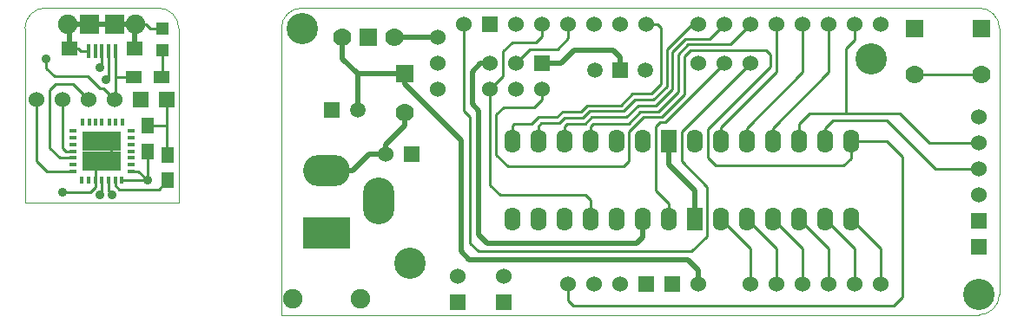
<source format=gtl>
G04 #@! TF.FileFunction,Copper,L1,Top,Signal*
%FSLAX46Y46*%
G04 Gerber Fmt 4.6, Leading zero omitted, Abs format (unit mm)*
G04 Created by KiCad (PCBNEW (2014-12-01 BZR 5309)-product) date Thu Dec  4 13:20:49 2014*
%MOMM*%
G01*
G04 APERTURE LIST*
%ADD10C,0.100000*%
%ADD11C,1.778000*%
%ADD12R,1.778000X1.778000*%
%ADD13C,3.048000*%
%ADD14R,4.572000X3.048000*%
%ADD15O,4.572000X3.048000*%
%ADD16O,3.048000X4.572000*%
%ADD17C,1.524000*%
%ADD18R,1.524000X1.524000*%
%ADD19O,1.574800X2.286000*%
%ADD20R,1.574800X2.286000*%
%ADD21C,1.905000*%
%ADD22C,1.501140*%
%ADD23R,1.501140X1.501140*%
%ADD24R,1.250000X1.500000*%
%ADD25R,0.406400X1.371600*%
%ADD26R,1.600200X1.422400*%
%ADD27R,1.905000X1.905000*%
%ADD28R,1.500000X1.300000*%
%ADD29R,0.350520X0.800100*%
%ADD30R,0.800100X0.350520*%
%ADD31R,1.899920X1.899920*%
%ADD32R,1.200000X1.200000*%
%ADD33C,0.900000*%
%ADD34C,0.250000*%
%ADD35C,0.500000*%
G04 APERTURE END LIST*
D10*
X120000000Y-60000000D02*
X120000000Y-34000000D01*
X120000000Y-34000000D02*
G75*
G03X118000000Y-32000000I-2000000J0D01*
G01*
X118000000Y-62000000D02*
G75*
G03X120000000Y-60000000I0J2000000D01*
G01*
X52000000Y-32000000D02*
G75*
G03X50000000Y-34000000I0J-2000000D01*
G01*
X50000000Y-62000000D02*
X50000000Y-34000000D01*
X118000000Y-62000000D02*
X50000000Y-62000000D01*
X52000000Y-32000000D02*
X118000000Y-32000000D01*
X25000000Y-34000000D02*
X25000000Y-51000000D01*
X40000000Y-51000000D02*
X40000000Y-48000000D01*
X25000000Y-51000000D02*
X40000000Y-51000000D01*
X40000000Y-48000000D02*
X40000000Y-46000000D01*
X40000000Y-46000000D02*
X40000000Y-34000000D01*
X38000000Y-32000000D02*
X27000000Y-32000000D01*
X40000000Y-34000000D02*
G75*
G03X38000000Y-32000000I-2000000J0D01*
G01*
X27000000Y-32000000D02*
G75*
G03X25000000Y-34000000I0J-2000000D01*
G01*
D11*
X55960000Y-34870000D03*
D12*
X58500000Y-34870000D03*
D11*
X61040000Y-34870000D03*
D12*
X118250000Y-34000000D03*
D11*
X111750000Y-38500000D03*
X118250000Y-38500000D03*
D12*
X111750000Y-34000000D03*
D13*
X118000000Y-60000000D03*
X62500000Y-57000000D03*
D14*
X54400000Y-54000000D03*
D15*
X54400000Y-47904000D03*
D16*
X59480000Y-50825000D03*
D17*
X70320000Y-39950000D03*
X70320000Y-37410000D03*
X72860000Y-39950000D03*
X72860000Y-37410000D03*
X75400000Y-39950000D03*
D18*
X75400000Y-37410000D03*
D17*
X85560000Y-33600000D03*
X83020000Y-33600000D03*
X80480000Y-33600000D03*
X77940000Y-33600000D03*
X75400000Y-33600000D03*
X72860000Y-33600000D03*
D18*
X70320000Y-33600000D03*
D17*
X67780000Y-33600000D03*
X108420000Y-33600000D03*
X105880000Y-33600000D03*
X103340000Y-33600000D03*
X100800000Y-33600000D03*
X98260000Y-33600000D03*
X95720000Y-33600000D03*
X93180000Y-33600000D03*
X90640000Y-33600000D03*
X108420000Y-59000000D03*
X105880000Y-59000000D03*
X103340000Y-59000000D03*
X100800000Y-59000000D03*
X98260000Y-59000000D03*
X95720000Y-59000000D03*
X90640000Y-59000000D03*
D18*
X88100000Y-59000000D03*
X85560000Y-59000000D03*
D17*
X83020000Y-59000000D03*
X80480000Y-59000000D03*
X77940000Y-59000000D03*
X65230000Y-34870000D03*
X65230000Y-37410000D03*
X65230000Y-39950000D03*
X71700000Y-58230000D03*
D18*
X71700000Y-60770000D03*
D17*
X67200000Y-58230000D03*
D18*
X67200000Y-60770000D03*
D19*
X102970000Y-44990000D03*
X100430000Y-44990000D03*
X97890000Y-44990000D03*
X95350000Y-44990000D03*
X92810000Y-44990000D03*
X90270000Y-44990000D03*
D20*
X87730000Y-44990000D03*
D19*
X85190000Y-44990000D03*
X82650000Y-44990000D03*
X80110000Y-44990000D03*
X77570000Y-44990000D03*
X75030000Y-44990000D03*
X72490000Y-44990000D03*
X105510000Y-44990000D03*
X72490000Y-52610000D03*
X75030000Y-52610000D03*
X77570000Y-52610000D03*
X80110000Y-52610000D03*
X82650000Y-52610000D03*
X85190000Y-52610000D03*
X87730000Y-52610000D03*
D20*
X90270000Y-52610000D03*
D19*
X92810000Y-52610000D03*
X95350000Y-52610000D03*
X97890000Y-52610000D03*
X100430000Y-52610000D03*
X102970000Y-52610000D03*
X105510000Y-52610000D03*
D18*
X118000000Y-55350000D03*
X118000000Y-52810000D03*
D17*
X118000000Y-50270000D03*
X118000000Y-47730000D03*
X118000000Y-45190000D03*
X118000000Y-42650000D03*
D21*
X57702000Y-60467000D03*
X51098000Y-60467000D03*
D22*
X85450940Y-38080000D03*
X80569060Y-38080000D03*
D23*
X83010000Y-38080000D03*
D11*
X62000000Y-42250000D03*
D12*
X62000000Y-38440000D03*
D13*
X52000000Y-34000000D03*
X107500000Y-37000000D03*
D17*
X90640000Y-37410000D03*
X93180000Y-37410000D03*
X95720000Y-37410000D03*
D23*
X54910000Y-41970000D03*
D22*
X57450000Y-41970000D03*
D18*
X62700000Y-46300000D03*
D17*
X60160000Y-46300000D03*
D24*
X36925000Y-46000000D03*
X36925000Y-43500000D03*
X38925000Y-48850000D03*
X38925000Y-46350000D03*
D25*
X32500000Y-36250000D03*
X31849760Y-36250000D03*
X31199520Y-36250000D03*
X33150240Y-36250000D03*
X33800480Y-36250000D03*
D26*
X35675000Y-35996000D03*
X29325000Y-35996000D03*
D27*
X33706500Y-33583000D03*
X31293500Y-33583000D03*
D21*
X35802000Y-33583000D03*
X29198000Y-33583000D03*
D28*
X35650000Y-38800000D03*
X38350000Y-38800000D03*
D29*
X31199520Y-48849880D03*
X31849760Y-48849880D03*
X32500000Y-48849880D03*
X33150240Y-48849880D03*
D30*
X35352420Y-47950720D03*
X35352420Y-47300480D03*
X35352420Y-46650240D03*
X35352420Y-46000000D03*
X35352420Y-45349760D03*
X35352420Y-44699520D03*
X35352420Y-44049280D03*
D29*
X30549280Y-48849880D03*
D31*
X33449960Y-46949960D03*
X31550040Y-46949960D03*
X31550040Y-45050040D03*
X33449960Y-45050040D03*
D29*
X34501520Y-43147580D03*
X33851280Y-43147580D03*
X33201040Y-43147580D03*
X32500000Y-43147580D03*
X31900560Y-43147580D03*
X31250320Y-43147580D03*
X30600080Y-43147580D03*
D30*
X29650120Y-44049280D03*
X29650120Y-44699520D03*
X29650120Y-45349760D03*
X29650120Y-46000000D03*
X29650120Y-46650240D03*
X29650120Y-47300480D03*
X29650120Y-47950720D03*
D29*
X33800480Y-48849880D03*
X34450720Y-48849880D03*
D32*
X38400000Y-36150000D03*
X38400000Y-34050000D03*
D18*
X38850000Y-41000000D03*
X36310000Y-41000000D03*
D17*
X33770000Y-41000000D03*
X31230000Y-41000000D03*
X28690000Y-41000000D03*
X26150000Y-41000000D03*
D33*
X36925000Y-48850000D03*
X27100000Y-37000000D03*
X28675000Y-50050000D03*
X32350000Y-50275000D03*
X33525000Y-50275000D03*
X32900000Y-39000000D03*
X32300000Y-37800000D03*
D34*
X38400000Y-38750000D02*
X38350000Y-38800000D01*
X38400000Y-36150000D02*
X38400000Y-38750000D01*
X36925000Y-48850000D02*
X36925000Y-46000000D01*
X36924880Y-48849880D02*
X36925000Y-48850000D01*
X34450720Y-48849880D02*
X36924880Y-48849880D01*
X36025720Y-47950720D02*
X36925000Y-48850000D01*
X35352420Y-47950720D02*
X36025720Y-47950720D01*
X33800480Y-40969520D02*
X33770000Y-41000000D01*
X33800480Y-38800000D02*
X33800480Y-40969520D01*
X33800480Y-36250000D02*
X33800480Y-38800000D01*
X35650000Y-38800000D02*
X33800480Y-38800000D01*
X32300000Y-39900000D02*
X32670000Y-39900000D01*
X33770000Y-41000000D02*
X32670000Y-39900000D01*
X27100000Y-37900000D02*
X27900000Y-38700000D01*
X27900000Y-38700000D02*
X31100000Y-38700000D01*
X27100000Y-37000000D02*
X27100000Y-37900000D01*
X31100000Y-38700000D02*
X32300000Y-39900000D01*
D35*
X85190000Y-54410000D02*
X84600000Y-55000000D01*
X84600000Y-55000000D02*
X70100000Y-55000000D01*
X70100000Y-55000000D02*
X69250000Y-54150000D01*
X85190000Y-54410000D02*
X85190000Y-52610000D01*
X69250000Y-42070000D02*
X68590000Y-41410000D01*
X68590000Y-41410000D02*
X68590000Y-38250000D01*
X68590000Y-38250000D02*
X69430000Y-37410000D01*
X69430000Y-37410000D02*
X70320000Y-37410000D01*
X69250000Y-54150000D02*
X69250000Y-42070000D01*
X35675000Y-33710000D02*
X35802000Y-33583000D01*
X35675000Y-35996000D02*
X35675000Y-33710000D01*
X33706500Y-33583000D02*
X35802000Y-33583000D01*
X33706500Y-33583000D02*
X31293500Y-33583000D01*
X31293500Y-33583000D02*
X29198000Y-33583000D01*
X29325000Y-33710000D02*
X29198000Y-33583000D01*
X29325000Y-35996000D02*
X29325000Y-33710000D01*
D34*
X38850000Y-43500000D02*
X38850000Y-41000000D01*
X36925000Y-43500000D02*
X38850000Y-43500000D01*
X31550040Y-45050040D02*
X33449960Y-45050040D01*
X33449960Y-46949960D02*
X33449960Y-45050040D01*
X31849760Y-47249680D02*
X31550040Y-46949960D01*
X31849760Y-48849880D02*
X31849760Y-47249680D01*
X30196000Y-35996000D02*
X30450000Y-36250000D01*
X30450000Y-36250000D02*
X31199520Y-36250000D01*
X29325000Y-35996000D02*
X30196000Y-35996000D01*
X36758000Y-33583000D02*
X37225000Y-34050000D01*
X37225000Y-34050000D02*
X38400000Y-34050000D01*
X35802000Y-33583000D02*
X36758000Y-33583000D01*
X38850000Y-46275000D02*
X38925000Y-46350000D01*
X38850000Y-43500000D02*
X38850000Y-46275000D01*
X31350000Y-50050000D02*
X28675000Y-50050000D01*
X31849760Y-49550240D02*
X31350000Y-50050000D01*
X31849760Y-48849880D02*
X31849760Y-49550240D01*
X31550040Y-46949960D02*
X33449960Y-46949960D01*
X33800480Y-49325480D02*
X34200000Y-49725000D01*
X33800480Y-48849880D02*
X33800480Y-49325480D01*
X38050000Y-49725000D02*
X38925000Y-48850000D01*
X34200000Y-49725000D02*
X38050000Y-49725000D01*
X28375240Y-46650240D02*
X27425000Y-45700000D01*
X27425000Y-45700000D02*
X27425000Y-40000000D01*
X27425000Y-40000000D02*
X27950000Y-39475000D01*
X27950000Y-39475000D02*
X29705000Y-39475000D01*
X29705000Y-39475000D02*
X31230000Y-41000000D01*
X29650120Y-46650240D02*
X28375240Y-46650240D01*
X100430000Y-43370000D02*
X101500000Y-42300000D01*
X101500000Y-42300000D02*
X105000000Y-42300000D01*
X110300000Y-42300000D02*
X113190000Y-45190000D01*
X105000000Y-42300000D02*
X110300000Y-42300000D01*
X113190000Y-45190000D02*
X118000000Y-45190000D01*
X100430000Y-44990000D02*
X100430000Y-43370000D01*
X105000000Y-36000000D02*
X105000000Y-42300000D01*
X105880000Y-35120000D02*
X105000000Y-36000000D01*
X105880000Y-33600000D02*
X105880000Y-35120000D01*
X28690000Y-45690000D02*
X29000000Y-46000000D01*
X29000000Y-46000000D02*
X29650120Y-46000000D01*
X28690000Y-41000000D02*
X28690000Y-45690000D01*
X113730000Y-47730000D02*
X109000000Y-43000000D01*
X109000000Y-43000000D02*
X103750000Y-43000000D01*
X103750000Y-43000000D02*
X102970000Y-43780000D01*
X102970000Y-43780000D02*
X102970000Y-44990000D01*
X118000000Y-47730000D02*
X113730000Y-47730000D01*
X29650120Y-47950720D02*
X27150720Y-47950720D01*
X26150000Y-46950000D02*
X26150000Y-41000000D01*
X27150720Y-47950720D02*
X26150000Y-46950000D01*
X29649400Y-47950000D02*
X29650120Y-47950720D01*
X111750000Y-38500000D02*
X118250000Y-38500000D01*
X83900000Y-47000000D02*
X83400000Y-47500000D01*
X83900000Y-44100000D02*
X83900000Y-47000000D01*
X72100000Y-47500000D02*
X70950000Y-46350000D01*
X70950000Y-46350000D02*
X70950000Y-42420000D01*
X83400000Y-47500000D02*
X72100000Y-47500000D01*
X97640000Y-37770000D02*
X91550000Y-43860000D01*
X97640000Y-36540000D02*
X97640000Y-37770000D01*
X97220000Y-36120000D02*
X97640000Y-36540000D01*
X110530000Y-46530000D02*
X108990000Y-44990000D01*
X108990000Y-44990000D02*
X105510000Y-44990000D01*
X110530000Y-46530000D02*
X110530000Y-60290000D01*
X109720000Y-61100000D02*
X110530000Y-60290000D01*
X78480000Y-61100000D02*
X77940000Y-60560000D01*
X77940000Y-60560000D02*
X77940000Y-59000000D01*
X109720000Y-61100000D02*
X78480000Y-61100000D01*
X105510000Y-46690000D02*
X105510000Y-44990000D01*
X104800000Y-47400000D02*
X92350000Y-47400000D01*
X105510000Y-46690000D02*
X104800000Y-47400000D01*
X92350000Y-47400000D02*
X91550000Y-46600000D01*
X91550000Y-46600000D02*
X91550000Y-43860000D01*
X89860000Y-36120000D02*
X89290000Y-36690000D01*
X97220000Y-36120000D02*
X89860000Y-36120000D01*
X89290000Y-40440000D02*
X87080000Y-42650000D01*
X87080000Y-42650000D02*
X85350000Y-42650000D01*
X85350000Y-42650000D02*
X83900000Y-44100000D01*
X89290000Y-36690000D02*
X89290000Y-40440000D01*
X75400000Y-40970000D02*
X74670000Y-41700000D01*
X74670000Y-41700000D02*
X71670000Y-41700000D01*
X71670000Y-41700000D02*
X70950000Y-42420000D01*
X75400000Y-39950000D02*
X75400000Y-40970000D01*
X32500000Y-48849880D02*
X32500000Y-50125000D01*
X32500000Y-50125000D02*
X32350000Y-50275000D01*
X33150240Y-49900240D02*
X33525000Y-50275000D01*
X33150240Y-48849880D02*
X33150240Y-49900240D01*
X33150240Y-38749760D02*
X32900000Y-39000000D01*
X33150240Y-36250000D02*
X33150240Y-38749760D01*
X32500000Y-37600000D02*
X32300000Y-37800000D01*
X32500000Y-36250000D02*
X32500000Y-37600000D01*
D35*
X90270000Y-49870000D02*
X90270000Y-52610000D01*
X87730000Y-47330000D02*
X90270000Y-49870000D01*
X87730000Y-44990000D02*
X87730000Y-47330000D01*
X77300000Y-37410000D02*
X78550000Y-36160000D01*
X75400000Y-37410000D02*
X77300000Y-37410000D01*
X82320000Y-36160000D02*
X83010000Y-36850000D01*
X83010000Y-36850000D02*
X83010000Y-38080000D01*
X78550000Y-36160000D02*
X82320000Y-36160000D01*
X89590000Y-56600000D02*
X68300000Y-56600000D01*
X90640000Y-57650000D02*
X89590000Y-56600000D01*
X68300000Y-56600000D02*
X67500000Y-55800000D01*
X90640000Y-59000000D02*
X90640000Y-57650000D01*
X57470000Y-41950000D02*
X57450000Y-41970000D01*
X62000000Y-38440000D02*
X57450000Y-38440000D01*
X57450000Y-38450000D02*
X57450000Y-38440000D01*
X57450000Y-41970000D02*
X57450000Y-38450000D01*
X55960000Y-36960000D02*
X57450000Y-38450000D01*
X55960000Y-34870000D02*
X55960000Y-36960000D01*
X62000000Y-39430000D02*
X67500000Y-44930000D01*
X67500000Y-44930000D02*
X67500000Y-55800000D01*
X62000000Y-38440000D02*
X62000000Y-39430000D01*
X58580000Y-46300000D02*
X56976000Y-47904000D01*
X56976000Y-47904000D02*
X54400000Y-47904000D01*
X60160000Y-46300000D02*
X58580000Y-46300000D01*
X60160000Y-45380000D02*
X62000000Y-43540000D01*
X62000000Y-43540000D02*
X62000000Y-42250000D01*
X60160000Y-46300000D02*
X60160000Y-45380000D01*
X65230000Y-34870000D02*
X61040000Y-34870000D01*
D34*
X95720000Y-55520000D02*
X92810000Y-52610000D01*
X95720000Y-59000000D02*
X95720000Y-55520000D01*
X98260000Y-55520000D02*
X95350000Y-52610000D01*
X98260000Y-59000000D02*
X98260000Y-55520000D01*
X100800000Y-55520000D02*
X97890000Y-52610000D01*
X100800000Y-59000000D02*
X100800000Y-55520000D01*
X103340000Y-55520000D02*
X100430000Y-52610000D01*
X103340000Y-59000000D02*
X103340000Y-55520000D01*
X105880000Y-55520000D02*
X102970000Y-52610000D01*
X105880000Y-59000000D02*
X105880000Y-55520000D01*
X108420000Y-55520000D02*
X105510000Y-52610000D01*
X108420000Y-59000000D02*
X108420000Y-55520000D01*
X87390000Y-43200000D02*
X93180000Y-37410000D01*
X87730000Y-52610000D02*
X87730000Y-51085700D01*
X87730000Y-51085700D02*
X86500000Y-49855700D01*
X86500000Y-49855700D02*
X86500000Y-43600000D01*
X86500000Y-43600000D02*
X86900000Y-43200000D01*
X87390000Y-43200000D02*
X86900000Y-43200000D01*
X103340000Y-38280000D02*
X97890000Y-43730000D01*
X97890000Y-43730000D02*
X97890000Y-44990000D01*
X103340000Y-33600000D02*
X103340000Y-38280000D01*
X95350000Y-43730000D02*
X95350000Y-44990000D01*
X100800000Y-38280000D02*
X95350000Y-43730000D01*
X100800000Y-33600000D02*
X100800000Y-38280000D01*
X92810000Y-43710000D02*
X92810000Y-44990000D01*
X98260000Y-38260000D02*
X92810000Y-43710000D01*
X98260000Y-33600000D02*
X98260000Y-38260000D01*
X80110000Y-44990000D02*
X80110000Y-43990000D01*
X89665000Y-35555000D02*
X88700000Y-36520000D01*
X93765000Y-35555000D02*
X95720000Y-33600000D01*
X89665000Y-35555000D02*
X93765000Y-35555000D01*
X83830000Y-43290000D02*
X80420000Y-43290000D01*
X80110000Y-43600000D02*
X80110000Y-44990000D01*
X80420000Y-43290000D02*
X80110000Y-43600000D01*
X85010000Y-42110000D02*
X83830000Y-43290000D01*
X88700000Y-40160000D02*
X86750000Y-42110000D01*
X86750000Y-42110000D02*
X85010000Y-42110000D01*
X88700000Y-36520000D02*
X88700000Y-40160000D01*
X77570000Y-43600000D02*
X77570000Y-44990000D01*
X89410000Y-35020000D02*
X88120000Y-36310000D01*
X91760000Y-35020000D02*
X93180000Y-33600000D01*
X89410000Y-35020000D02*
X91760000Y-35020000D01*
X83620000Y-42680000D02*
X80240000Y-42680000D01*
X80240000Y-42680000D02*
X79630000Y-43290000D01*
X79630000Y-43290000D02*
X77880000Y-43290000D01*
X77880000Y-43290000D02*
X77570000Y-43600000D01*
X84760000Y-41540000D02*
X83620000Y-42680000D01*
X88120000Y-39910000D02*
X86490000Y-41540000D01*
X86490000Y-41540000D02*
X84760000Y-41540000D01*
X88120000Y-36310000D02*
X88120000Y-39910000D01*
X75030000Y-44270000D02*
X75030000Y-44990000D01*
X75030000Y-43570000D02*
X75030000Y-44990000D01*
X90020000Y-33600000D02*
X87570000Y-36050000D01*
X90640000Y-33600000D02*
X90020000Y-33600000D01*
X84480000Y-40990000D02*
X83380000Y-42090000D01*
X83380000Y-42090000D02*
X80030000Y-42090000D01*
X80030000Y-42090000D02*
X79410000Y-42710000D01*
X79410000Y-42710000D02*
X77640000Y-42710000D01*
X77640000Y-42710000D02*
X77090000Y-43260000D01*
X77090000Y-43260000D02*
X75340000Y-43260000D01*
X75340000Y-43260000D02*
X75030000Y-43570000D01*
X87570000Y-39650000D02*
X86230000Y-40990000D01*
X86230000Y-40990000D02*
X84480000Y-40990000D01*
X87570000Y-36050000D02*
X87570000Y-39650000D01*
X72690000Y-43310000D02*
X72490000Y-43510000D01*
X72490000Y-43510000D02*
X72490000Y-44990000D01*
X84230000Y-40400000D02*
X83120000Y-41510000D01*
X83120000Y-41510000D02*
X79790000Y-41510000D01*
X79790000Y-41510000D02*
X79190000Y-42110000D01*
X79190000Y-42110000D02*
X77430000Y-42110000D01*
X77430000Y-42110000D02*
X76860000Y-42680000D01*
X76860000Y-42680000D02*
X75040000Y-42680000D01*
X75040000Y-42680000D02*
X74410000Y-43310000D01*
X74410000Y-43310000D02*
X72690000Y-43310000D01*
X86640000Y-33600000D02*
X87000000Y-33960000D01*
X87000000Y-33960000D02*
X87000000Y-39430000D01*
X87000000Y-39430000D02*
X86030000Y-40400000D01*
X86030000Y-40400000D02*
X84230000Y-40400000D01*
X85560000Y-33600000D02*
X86640000Y-33600000D01*
X77940000Y-34990000D02*
X76910000Y-36020000D01*
X76910000Y-36020000D02*
X74250000Y-36020000D01*
X74250000Y-36020000D02*
X72860000Y-37410000D01*
X77940000Y-33600000D02*
X77940000Y-34990000D01*
X80110000Y-50810000D02*
X79600000Y-50300000D01*
X79600000Y-50300000D02*
X71320000Y-50300000D01*
X80110000Y-52610000D02*
X80110000Y-50810000D01*
X75400000Y-34770000D02*
X74830000Y-35340000D01*
X74830000Y-35340000D02*
X72530000Y-35340000D01*
X72530000Y-35340000D02*
X71630000Y-36240000D01*
X71630000Y-36240000D02*
X71630000Y-38640000D01*
X71630000Y-38640000D02*
X70320000Y-39950000D01*
X75400000Y-33600000D02*
X75400000Y-34770000D01*
X70320000Y-49300000D02*
X71320000Y-50300000D01*
X70320000Y-39950000D02*
X70320000Y-49300000D01*
X89000000Y-44130000D02*
X95720000Y-37410000D01*
X90000000Y-55800000D02*
X91500000Y-54300000D01*
X91500000Y-54300000D02*
X91500000Y-49500000D01*
X69200000Y-55800000D02*
X90000000Y-55800000D01*
X68380000Y-54980000D02*
X69200000Y-55800000D01*
X91500000Y-49500000D02*
X89000000Y-47000000D01*
X89000000Y-47000000D02*
X89000000Y-44130000D01*
X68380000Y-54980000D02*
X68380000Y-42680000D01*
X67780000Y-42080000D02*
X68380000Y-42680000D01*
X67780000Y-33600000D02*
X67780000Y-42080000D01*
M02*

</source>
